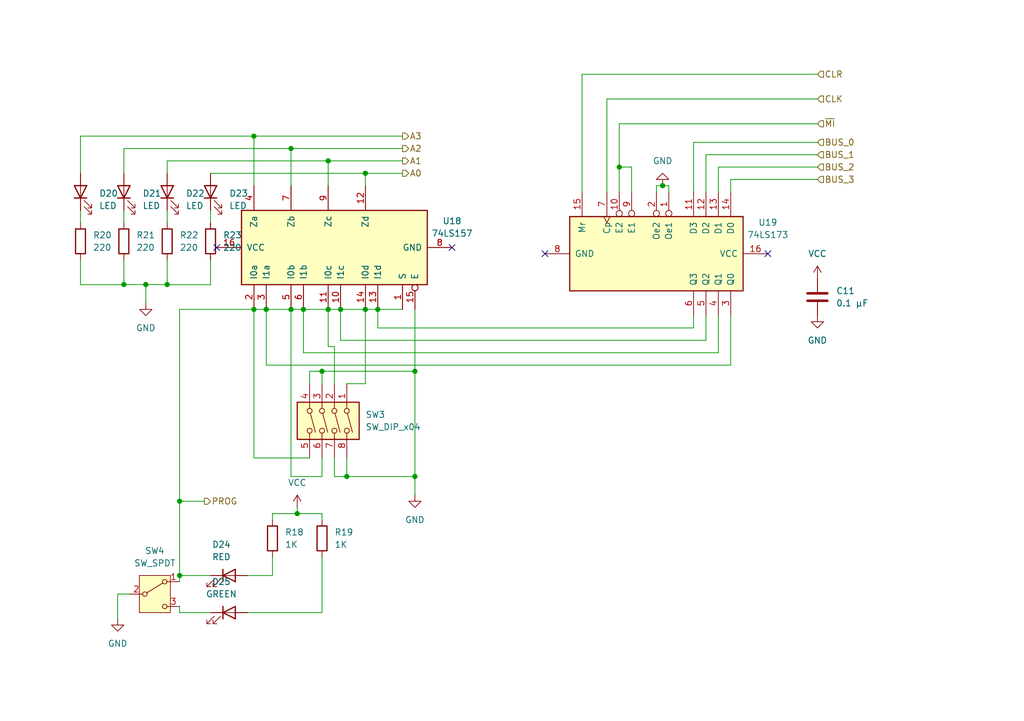
<source format=kicad_sch>
(kicad_sch (version 20250114) (generator "eeschema") (generator_version "9.0")
  (paper "A5")
  (lib_symbols
    (symbol "74xx:74LS157" (pin_names (offset 1.016))
      (property "Reference" "U" (at -7.62 19.05 0))
      (property "Value" "74LS157" (at -7.62 -21.59 0))
      (symbol "74LS157_1_0"
        (pin input line (at -12.7 15.24 0) (length 5.08) (name "I0a") (number "2"))
        (pin input line (at -12.7 12.7 0) (length 5.08) (name "I1a") (number "3"))
        (pin input line (at -12.7 7.62 0) (length 5.08) (name "I0b") (number "5"))
        (pin input line (at -12.7 5.08 0) (length 5.08) (name "I1b") (number "6"))
        (pin input line (at -12.7 0 0) (length 5.08) (name "I0c") (number "11"))
        (pin input line (at -12.7 -2.54 0) (length 5.08) (name "I1c") (number "10"))
        (pin input line (at -12.7 -7.62 0) (length 5.08) (name "I0d") (number "14"))
        (pin input line (at -12.7 -10.16 0) (length 5.08) (name "I1d") (number "13"))
        (pin input line (at -12.7 -15.24 0) (length 5.08) (name "S") (number "1"))
        (pin input inverted (at -12.7 -17.78 0) (length 5.08) (name "E") (number "15"))
        (pin power_in line (at 0 22.86 270) (length 5.08) (name "VCC") (number "16"))
        (pin power_in line (at 0 -25.4 90) (length 5.08) (name "GND") (number "8"))
        (pin output line (at 12.7 15.24 180) (length 5.08) (name "Za") (number "4"))
        (pin output line (at 12.7 7.62 180) (length 5.08) (name "Zb") (number "7"))
        (pin output line (at 12.7 0 180) (length 5.08) (name "Zc") (number "9"))
        (pin output line (at 12.7 -7.62 180) (length 5.08) (name "Zd") (number "12"))
      )
      (symbol "74LS157_1_1"
        (rectangle (start -7.62 17.78) (end 7.62 -20.32) (stroke (width 0.254)) (fill (type background)))
      )
    )
    (symbol "74xx:74LS173" (pin_names (offset 1.016))
      (property "Reference" "U" (at -7.62 19.05 0))
      (property "Value" "74LS173" (at -7.62 -19.05 0))
      (symbol "74LS173_1_0"
        (pin input line (at -12.7 15.24 0) (length 5.08) (name "D0") (number "14"))
        (pin input line (at -12.7 12.7 0) (length 5.08) (name "D1") (number "13"))
        (pin input line (at -12.7 10.16 0) (length 5.08) (name "D2") (number "12"))
        (pin input line (at -12.7 7.62 0) (length 5.08) (name "D3") (number "11"))
        (pin input inverted (at -12.7 2.54 0) (length 5.08) (name "Oe1") (number "1"))
        (pin input inverted (at -12.7 0 0) (length 5.08) (name "Oe2") (number "2"))
        (pin input inverted (at -12.7 -5.08 0) (length 5.08) (name "E1") (number "9"))
        (pin input inverted (at -12.7 -7.62 0) (length 5.08) (name "E2") (number "10"))
        (pin input clock (at -12.7 -10.16 0) (length 5.08) (name "Cp") (number "7"))
        (pin input line (at -12.7 -15.24 0) (length 5.08) (name "Mr") (number "15"))
        (pin power_in line (at 0 22.86 270) (length 5.08) (name "VCC") (number "16"))
        (pin power_in line (at 0 -22.86 90) (length 5.08) (name "GND") (number "8"))
        (pin tri_state line (at 12.7 15.24 180) (length 5.08) (name "Q0") (number "3"))
        (pin tri_state line (at 12.7 12.7 180) (length 5.08) (name "Q1") (number "4"))
        (pin tri_state line (at 12.7 10.16 180) (length 5.08) (name "Q2") (number "5"))
        (pin tri_state line (at 12.7 7.62 180) (length 5.08) (name "Q3") (number "6"))
      )
      (symbol "74LS173_1_1"
        (rectangle (start -7.62 17.78) (end 7.62 -17.78) (stroke (width 0.254)) (fill (type background)))
      )
    )
    (symbol "Device:C" (pin_numbers (hide yes)) (pin_names (offset 0.254))
      (property "Reference" "C" (at 0.635 2.54 0))
      (property "Value" "C" (at 0.635 -2.54 0))
      (symbol "C_0_1"
        (polyline (pts (xy -2.032 0.762) (xy 2.032 0.762)) (stroke (width 0.508)))
        (polyline (pts (xy -2.032 -0.762) (xy 2.032 -0.762)) (stroke (width 0.508)))
      )
      (symbol "C_1_1"
        (pin passive line (at 0 3.81 270) (length 2.794) (name "~") (number "1"))
        (pin passive line (at 0 -3.81 90) (length 2.794) (name "~") (number "2"))
      )
    )
    (symbol "Device:LED" (pin_numbers (hide yes)) (pin_names (offset 1.016) (hide yes))
      (property "Reference" "D" (at 0 2.54 0))
      (property "Value" "LED" (at 0 -2.54 0))
      (symbol "LED_0_1"
        (polyline (pts (xy -3.048 -0.762) (xy -4.572 -2.286) (xy -3.81 -2.286) (xy -4.572 -2.286) (xy -4.572 -1.524)))
        (polyline (pts (xy -1.778 -0.762) (xy -3.302 -2.286) (xy -2.54 -2.286) (xy -3.302 -2.286) (xy -3.302 -1.524)))
        (polyline (pts (xy -1.27 0) (xy 1.27 0)))
        (polyline (pts (xy -1.27 -1.27) (xy -1.27 1.27)) (stroke (width 0.254)))
        (polyline (pts (xy 1.27 -1.27) (xy 1.27 1.27) (xy -1.27 0) (xy 1.27 -1.27)) (stroke (width 0.254)))
      )
      (symbol "LED_1_1"
        (pin passive line (at -3.81 0 0) (length 2.54) (name "K") (number "1"))
        (pin passive line (at 3.81 0 180) (length 2.54) (name "A") (number "2"))
      )
    )
    (symbol "Device:R" (pin_numbers (hide yes)) (pin_names (offset 0))
      (property "Reference" "R" (at 2.032 0 90))
      (property "Value" "R" (at 0 0 90))
      (symbol "R_0_1"
        (rectangle (start -1.016 -2.54) (end 1.016 2.54) (stroke (width 0.254)))
      )
      (symbol "R_1_1"
        (pin passive line (at 0 3.81 270) (length 1.27) (name "~") (number "1"))
        (pin passive line (at 0 -3.81 90) (length 1.27) (name "~") (number "2"))
      )
    )
    (symbol "Switch:SW_DIP_x04" (pin_names (offset 0) (hide yes))
      (property "Reference" "SW" (at 0 8.89 0))
      (property "Value" "SW_DIP_x04" (at 0 -6.35 0))
      (symbol "SW_DIP_x04_0_0"
        (circle (center -2.032 5.08) (radius 0.508))
        (circle (center -2.032 2.54) (radius 0.508))
        (circle (center -2.032 0) (radius 0.508))
        (circle (center -2.032 -2.54) (radius 0.508))
        (polyline (pts (xy -1.524 5.207) (xy 2.3622 6.2484)))
        (polyline (pts (xy -1.524 2.667) (xy 2.3622 3.7084)))
        (polyline (pts (xy -1.524 0.127) (xy 2.3622 1.1684)))
        (polyline (pts (xy -1.524 -2.3876) (xy 2.3622 -1.3462)))
        (circle (center 2.032 5.08) (radius 0.508))
        (circle (center 2.032 2.54) (radius 0.508))
        (circle (center 2.032 0) (radius 0.508))
        (circle (center 2.032 -2.54) (radius 0.508))
      )
      (symbol "SW_DIP_x04_0_1"
        (rectangle (start -3.81 7.62) (end 3.81 -5.08) (stroke (width 0.254)) (fill (type background)))
      )
      (symbol "SW_DIP_x04_1_1"
        (pin passive line (at -7.62 5.08 0) (length 5.08) (name "~") (number "1"))
        (pin passive line (at -7.62 2.54 0) (length 5.08) (name "~") (number "2"))
        (pin passive line (at -7.62 0 0) (length 5.08) (name "~") (number "3"))
        (pin passive line (at -7.62 -2.54 0) (length 5.08) (name "~") (number "4"))
        (pin passive line (at 7.62 5.08 180) (length 5.08) (name "~") (number "8"))
        (pin passive line (at 7.62 2.54 180) (length 5.08) (name "~") (number "7"))
        (pin passive line (at 7.62 0 180) (length 5.08) (name "~") (number "6"))
        (pin passive line (at 7.62 -2.54 180) (length 5.08) (name "~") (number "5"))
      )
    )
    (symbol "Switch:SW_SPDT" (pin_names (offset 0) (hide yes))
      (property "Reference" "SW" (at 0 5.08 0))
      (property "Value" "SW_SPDT" (at 0 -5.08 0))
      (symbol "SW_SPDT_0_1"
        (circle (center -2.032 0) (radius 0.4572))
        (polyline (pts (xy -1.651 0.254) (xy 1.651 2.286)))
        (circle (center 2.032 2.54) (radius 0.4572))
        (circle (center 2.032 -2.54) (radius 0.4572))
      )
      (symbol "SW_SPDT_1_1"
        (rectangle (start -3.175 3.81) (end 3.175 -3.81) (fill (type background)))
        (pin passive line (at -5.08 0 0) (length 2.54) (name "B") (number "2"))
        (pin passive line (at 5.08 2.54 180) (length 2.54) (name "A") (number "1"))
        (pin passive line (at 5.08 -2.54 180) (length 2.54) (name "C") (number "3"))
      )
    )
    (symbol "power:GND" (power) (pin_numbers (hide yes)) (pin_names (offset 0) (hide yes))
      (property "Value" "GND" (at 0 -3.81 0))
      (symbol "GND_0_1"
        (polyline (pts (xy 0 0) (xy 0 -1.27) (xy 1.27 -1.27) (xy 0 -2.54) (xy -1.27 -1.27) (xy 0 -1.27)))
      )
      (symbol "GND_1_1"
        (pin power_in line (at 0 0 270) (length 0) (name "~") (number "1"))
      )
    )
    (symbol "power:VCC" (power) (pin_numbers (hide yes)) (pin_names (offset 0) (hide yes))
      (property "Value" "VCC" (at 0 3.556 0))
      (symbol "VCC_0_1"
        (polyline (pts (xy -0.762 1.27) (xy 0 2.54)))
        (polyline (pts (xy 0 2.54) (xy 0.762 1.27)))
        (polyline (pts (xy 0 0) (xy 0 2.54)))
      )
      (symbol "VCC_1_1"
        (pin power_in line (at 0 0 90) (length 0) (name "~") (number "1"))
      )
    )
  )
  (junction (at 85.09 76.2))
  (junction (at 36.83 102.87))
  (junction (at 67.31 63.5))
  (junction (at 34.29 58.3924))
  (junction (at 52.07 27.94))
  (junction (at 60.96 105.41))
  (junction (at 59.69 30.48))
  (junction (at 54.61 63.5))
  (junction (at 69.85 63.5))
  (junction (at 74.93 63.5))
  (junction (at 71.12 97.79))
  (junction (at 59.69 63.5))
  (junction (at 67.31 33.02))
  (junction (at 62.23 63.5))
  (junction (at 29.899 58.3924))
  (junction (at 74.93 35.56))
  (junction (at 36.83 118.11))
  (junction (at 25.4 58.3924))
  (junction (at 127 34.29))
  (junction (at 52.07 63.5))
  (junction (at 66.04 76.2))
  (junction (at 85.09 97.79))
  (junction (at 77.47 63.5))
  (junction (at 135.89 38.1))
  (no_connect (at 44.45 50.8))
  (no_connect (at 157.48 52.07))
  (no_connect (at 111.76 52.07))
  (no_connect (at 92.71 50.8))
  (wire (pts (xy 147.32 72.39) (xy 62.23 72.39)))
  (wire (pts (xy 68.58 97.79) (xy 71.12 97.79)))
  (wire (pts (xy 66.04 106.68) (xy 66.04 105.41)))
  (wire (pts (xy 142.24 39.37) (xy 142.24 29.21)))
  (wire (pts (xy 25.4 35.56) (xy 25.4 30.48)))
  (wire (pts (xy 68.58 78.74) (xy 68.58 71.12)))
  (wire (pts (xy 127 39.37) (xy 127 34.29)))
  (wire (pts (xy 67.31 63.5) (xy 62.23 63.5)))
  (wire (pts (xy 137.16 38.1) (xy 135.89 38.1)))
  (wire (pts (xy 67.31 38.1) (xy 67.31 33.02)))
  (wire (pts (xy 142.24 64.77) (xy 142.24 67.31)))
  (wire (pts (xy 67.31 33.02) (xy 82.55 33.02)))
  (wire (pts (xy 149.86 64.77) (xy 149.86 74.93)))
  (wire (pts (xy 74.93 38.1) (xy 74.93 35.56)))
  (wire (pts (xy 134.62 38.1) (xy 135.89 38.1)))
  (wire (pts (xy 16.51 53.34) (xy 16.51 58.42)))
  (wire (pts (xy 34.29 43.18) (xy 34.29 45.72)))
  (wire (pts (xy 36.83 63.5) (xy 36.83 102.87)))
  (wire (pts (xy 59.69 63.5) (xy 54.61 63.5)))
  (wire (pts (xy 34.29 35.56) (xy 34.29 33.02)))
  (wire (pts (xy 25.4 45.72) (xy 25.4 43.18)))
  (wire (pts (xy 43.18 118.11) (xy 36.83 118.11)))
  (wire (pts (xy 25.4 30.48) (xy 59.69 30.48)))
  (wire (pts (xy 66.04 76.2) (xy 85.09 76.2)))
  (wire (pts (xy 26.67 121.92) (xy 24.13 121.92)))
  (wire (pts (xy 147.32 39.37) (xy 147.32 34.29)))
  (wire (pts (xy 34.29 58.42) (xy 43.18 58.42)))
  (wire (pts (xy 149.86 39.37) (xy 149.86 36.83)))
  (wire (pts (xy 144.78 64.77) (xy 144.78 69.85)))
  (wire (pts (xy 71.12 97.79) (xy 85.09 97.79)))
  (wire (pts (xy 52.07 27.94) (xy 82.55 27.94)))
  (wire (pts (xy 144.78 39.37) (xy 144.78 31.75)))
  (wire (pts (xy 43.18 45.72) (xy 43.18 43.18)))
  (wire (pts (xy 147.32 64.77) (xy 147.32 72.39)))
  (wire (pts (xy 85.09 97.79) (xy 85.09 101.6)))
  (wire (pts (xy 66.04 97.79) (xy 59.69 97.79)))
  (wire (pts (xy 62.23 63.5) (xy 59.69 63.5)))
  (wire (pts (xy 55.88 118.11) (xy 55.88 114.3)))
  (wire (pts (xy 43.18 125.73) (xy 36.83 125.73)))
  (wire (pts (xy 69.85 63.5) (xy 67.31 63.5)))
  (wire (pts (xy 25.4 58.3924) (xy 25.4 58.42)))
  (wire (pts (xy 85.09 76.2) (xy 85.09 63.5)))
  (wire (pts (xy 119.38 15.24) (xy 167.64 15.24)))
  (wire (pts (xy 129.54 39.37) (xy 129.54 34.29)))
  (wire (pts (xy 71.12 93.98) (xy 71.12 97.79)))
  (wire (pts (xy 124.46 39.37) (xy 124.46 20.32)))
  (wire (pts (xy 62.23 72.39) (xy 62.23 63.5)))
  (wire (pts (xy 60.96 105.41) (xy 55.88 105.41)))
  (wire (pts (xy 77.47 67.31) (xy 77.47 63.5)))
  (wire (pts (xy 34.29 33.02) (xy 67.31 33.02)))
  (wire (pts (xy 144.78 31.75) (xy 167.64 31.75)))
  (wire (pts (xy 63.5 78.74) (xy 63.5 76.2)))
  (wire (pts (xy 142.24 29.21) (xy 167.64 29.21)))
  (wire (pts (xy 66.04 93.98) (xy 66.04 97.79)))
  (wire (pts (xy 124.46 20.32) (xy 167.64 20.32)))
  (wire (pts (xy 69.85 69.85) (xy 69.85 63.5)))
  (wire (pts (xy 63.5 93.98) (xy 52.07 93.98)))
  (wire (pts (xy 71.12 78.74) (xy 74.93 78.74)))
  (wire (pts (xy 16.51 27.94) (xy 52.07 27.94)))
  (wire (pts (xy 144.78 69.85) (xy 69.85 69.85)))
  (wire (pts (xy 119.38 39.37) (xy 119.38 15.24)))
  (wire (pts (xy 149.86 36.83) (xy 167.64 36.83)))
  (wire (pts (xy 74.93 63.5) (xy 69.85 63.5)))
  (wire (pts (xy 127 25.4) (xy 167.64 25.4)))
  (wire (pts (xy 29.899 58.3924) (xy 29.899 62.23)))
  (wire (pts (xy 85.09 97.79) (xy 85.09 76.2)))
  (wire (pts (xy 66.04 76.2) (xy 66.04 78.74)))
  (wire (pts (xy 55.88 105.41) (xy 55.88 106.68)))
  (wire (pts (xy 149.86 74.93) (xy 54.61 74.93)))
  (wire (pts (xy 67.31 71.12) (xy 67.31 63.5)))
  (wire (pts (xy 25.4 58.3924) (xy 29.899 58.3924)))
  (wire (pts (xy 59.69 97.79) (xy 59.69 63.5)))
  (wire (pts (xy 50.8 118.11) (xy 55.88 118.11)))
  (wire (pts (xy 36.83 118.11) (xy 36.83 119.38)))
  (wire (pts (xy 137.16 39.37) (xy 137.16 38.1)))
  (wire (pts (xy 43.18 35.56) (xy 74.93 35.56)))
  (wire (pts (xy 68.58 71.12) (xy 67.31 71.12)))
  (wire (pts (xy 77.47 63.5) (xy 74.93 63.5)))
  (wire (pts (xy 134.62 39.37) (xy 134.62 38.1)))
  (wire (pts (xy 16.51 35.56) (xy 16.51 27.94)))
  (wire (pts (xy 52.07 38.1) (xy 52.07 27.94)))
  (wire (pts (xy 50.8 125.73) (xy 66.04 125.73)))
  (wire (pts (xy 29.899 58.3924) (xy 34.29 58.3924)))
  (wire (pts (xy 74.93 78.74) (xy 74.93 63.5)))
  (wire (pts (xy 36.83 125.73) (xy 36.83 124.46)))
  (wire (pts (xy 34.29 58.3924) (xy 34.29 58.42)))
  (wire (pts (xy 59.69 30.48) (xy 82.55 30.48)))
  (wire (pts (xy 16.51 58.42) (xy 25.4 58.42)))
  (wire (pts (xy 127 34.29) (xy 127 25.4)))
  (wire (pts (xy 34.29 53.34) (xy 34.29 58.3924)))
  (wire (pts (xy 59.69 38.1) (xy 59.69 30.48)))
  (wire (pts (xy 82.55 63.5) (xy 77.47 63.5)))
  (wire (pts (xy 68.58 93.98) (xy 68.58 97.79)))
  (wire (pts (xy 66.04 105.41) (xy 60.96 105.41)))
  (wire (pts (xy 54.61 74.93) (xy 54.61 63.5)))
  (wire (pts (xy 54.61 63.5) (xy 52.07 63.5)))
  (wire (pts (xy 24.13 121.92) (xy 24.13 127)))
  (wire (pts (xy 36.83 63.5) (xy 52.07 63.5)))
  (wire (pts (xy 16.51 45.72) (xy 16.51 43.18)))
  (wire (pts (xy 147.32 34.29) (xy 167.64 34.29)))
  (wire (pts (xy 60.96 104.14) (xy 60.96 105.41)))
  (wire (pts (xy 43.18 53.34) (xy 43.18 58.42)))
  (wire (pts (xy 63.5 76.2) (xy 66.04 76.2)))
  (wire (pts (xy 129.54 34.29) (xy 127 34.29)))
  (wire (pts (xy 74.93 35.56) (xy 82.55 35.56)))
  (wire (pts (xy 36.83 102.87) (xy 41.91 102.87)))
  (wire (pts (xy 25.4 53.34) (xy 25.4 58.3924)))
  (wire (pts (xy 52.07 93.98) (xy 52.07 63.5)))
  (wire (pts (xy 66.04 125.73) (xy 66.04 114.3)))
  (wire (pts (xy 36.83 102.87) (xy 36.83 118.11)))
  (wire (pts (xy 142.24 67.31) (xy 77.47 67.31)))
  (hierarchical_label "A0" (shape output) (at 82.55 35.56 0))
  (hierarchical_label "~{MI}" (shape input) (at 167.64 25.4 0))
  (hierarchical_label "BUS_1" (shape input) (at 167.64 31.75 0))
  (hierarchical_label "CLR" (shape input) (at 167.64 15.24 0))
  (hierarchical_label "CLK" (shape input) (at 167.64 20.32 0))
  (hierarchical_label "A2" (shape output) (at 82.55 30.48 0))
  (hierarchical_label "A1" (shape output) (at 82.55 33.02 0))
  (hierarchical_label "PROG" (shape output) (at 41.91 102.87 0))
  (hierarchical_label "BUS_2" (shape input) (at 167.64 34.29 0))
  (hierarchical_label "A3" (shape output) (at 82.55 27.94 0))
  (hierarchical_label "BUS_3" (shape input) (at 167.64 36.83 0))
  (hierarchical_label "BUS_0" (shape input) (at 167.64 29.21 0))
  (symbol (lib_id "Device:R") (at 43.18 49.53 0) (unit 1)
    (property "Reference" "R23" (at 45.72 48.2599 0) (effects (justify left)))
    (property "Value" "220" (at 45.72 50.7999 0) (effects (justify left)))
    (property "Description" "Resistor" (effects (hide yes)))
  )
  (symbol (lib_id "power:VCC") (at 167.64 57.15 0) (unit 1)
    (property "Reference" "#PWR025" (effects (hide yes)))
    (property "Value" "VCC" (at 167.64 52.07 0))
    (property "Description" "Power symbol creates a global label with name \"VCC\"" (effects (hide yes)))
  )
  (symbol (lib_id "Device:R") (at 25.4 49.53 0) (unit 1)
    (property "Reference" "R21" (at 27.94 48.2599 0) (effects (justify left)))
    (property "Value" "220" (at 27.94 50.7999 0) (effects (justify left)))
    (property "Description" "Resistor" (effects (hide yes)))
  )
  (symbol (lib_id "power:GND") (at 85.09 101.6 0) (unit 1)
    (property "Reference" "#PWR022" (effects (hide yes)))
    (property "Value" "GND" (at 85.09 106.68 0))
    (property "Description" "Power symbol creates a global label with name \"GND\" , ground" (effects (hide yes)))
  )
  (symbol (lib_id "power:GND") (at 24.13 127 0) (unit 1)
    (property "Reference" "#PWR024" (effects (hide yes)))
    (property "Value" "GND" (at 24.13 132.08 0))
    (property "Description" "Power symbol creates a global label with name \"GND\" , ground" (effects (hide yes)))
  )
  (symbol (lib_id "Switch:SW_DIP_x04") (at 66.04 86.36 270) (unit 1)
    (property "Reference" "SW3" (at 74.93 85.0899 90) (effects (justify left)))
    (property "Value" "SW_DIP_x04" (at 74.93 87.6299 90) (effects (justify left)))
    (property "Description" "4x DIP Switch, Single Pole Single Throw (SPST) switch, small symbol" (effects (hide yes)))
  )
  (symbol (lib_id "Device:C") (at 167.64 60.96 0) (unit 1)
    (property "Reference" "C11" (at 171.45 59.6899 0) (effects (justify left)))
    (property "Value" "0.1 µF" (at 171.45 62.2299 0) (effects (justify left)))
    (property "Description" "Unpolarized capacitor" (effects (hide yes)))
  )
  (symbol (lib_id "Device:LED") (at 43.18 39.37 90) (unit 1)
    (property "Reference" "D23" (at 46.99 39.6874 90) (effects (justify right)))
    (property "Value" "LED" (at 46.99 42.2274 90) (effects (justify right)))
    (property "Description" "Light emitting diode" (effects (hide yes)))
    (property "Sim.Pins" "1=K 2=A" (effects (hide yes)))
  )
  (symbol (lib_id "74xx:74LS173") (at 134.62 52.07 270) (unit 1)
    (property "Reference" "U19" (at 157.48 45.6498 90))
    (property "Value" "74LS173" (at 157.48 48.1898 90))
    (property "Datasheet" "http://www.ti.com/lit/gpn/sn74LS173" (effects (hide yes)))
    (property "Description" "4-bit D-type Register, 3 state out" (effects (hide yes)))
  )
  (symbol (lib_id "power:GND") (at 29.899 62.23 0) (unit 1)
    (property "Reference" "#PWR023" (effects (hide yes)))
    (property "Value" "GND" (at 29.899 67.31 0))
    (property "Description" "Power symbol creates a global label with name \"GND\" , ground" (effects (hide yes)))
  )
  (symbol (lib_id "74xx:74LS157") (at 67.31 50.8 90) (unit 1)
    (property "Reference" "U18" (at 92.71 45.3546 90))
    (property "Value" "74LS157" (at 92.71 47.8946 90))
    (property "Datasheet" "http://www.ti.com/lit/gpn/sn74LS157" (effects (hide yes)))
    (property "Description" "Quad 2 to 1 line Multiplexer" (effects (hide yes)))
  )
  (symbol (lib_id "Switch:SW_SPDT") (at 31.75 121.92 0) (unit 1)
    (property "Reference" "SW4" (at 31.75 113.03 0))
    (property "Value" "SW_SPDT" (at 31.75 115.57 0))
    (property "Description" "Switch, single pole double throw" (effects (hide yes)))
  )
  (symbol (lib_id "power:VCC") (at 60.96 104.14 0) (unit 1)
    (property "Reference" "#PWR026" (effects (hide yes)))
    (property "Value" "VCC" (at 60.96 99.06 0))
    (property "Description" "Power symbol creates a global label with name \"VCC\"" (effects (hide yes)))
  )
  (symbol (lib_id "Device:R") (at 16.51 49.53 0) (unit 1)
    (property "Reference" "R20" (at 19.05 48.2599 0) (effects (justify left)))
    (property "Value" "220" (at 19.05 50.7999 0) (effects (justify left)))
    (property "Description" "Resistor" (effects (hide yes)))
  )
  (symbol (lib_id "Device:LED") (at 34.29 39.37 90) (unit 1)
    (property "Reference" "D22" (at 38.1 39.6874 90) (effects (justify right)))
    (property "Value" "LED" (at 38.1 42.2274 90) (effects (justify right)))
    (property "Description" "Light emitting diode" (effects (hide yes)))
    (property "Sim.Pins" "1=K 2=A" (effects (hide yes)))
  )
  (symbol (lib_id "Device:LED") (at 25.4 39.37 90) (unit 1)
    (property "Reference" "D21" (at 29.21 39.6874 90) (effects (justify right)))
    (property "Value" "LED" (at 29.21 42.2274 90) (effects (justify right)))
    (property "Description" "Light emitting diode" (effects (hide yes)))
    (property "Sim.Pins" "1=K 2=A" (effects (hide yes)))
  )
  (symbol (lib_id "Device:LED") (at 46.99 125.73 0) (unit 1)
    (property "Reference" "D25" (at 45.4025 119.38 0))
    (property "Value" "GREEN" (at 45.4025 121.92 0))
    (property "Description" "Light emitting diode" (effects (hide yes)))
    (property "Sim.Pins" "1=K 2=A" (effects (hide yes)))
  )
  (symbol (lib_id "power:GND") (at 167.64 64.77 0) (unit 1)
    (property "Reference" "#PWR021" (effects (hide yes)))
    (property "Value" "GND" (at 167.64 69.85 0))
    (property "Description" "Power symbol creates a global label with name \"GND\" , ground" (effects (hide yes)))
  )
  (symbol (lib_id "Device:LED") (at 46.99 118.11 0) (unit 1)
    (property "Reference" "D24" (at 45.4025 111.76 0))
    (property "Value" "RED" (at 45.4025 114.3 0))
    (property "Description" "Light emitting diode" (effects (hide yes)))
    (property "Sim.Pins" "1=K 2=A" (effects (hide yes)))
  )
  (symbol (lib_id "Device:R") (at 55.88 110.49 0) (unit 1)
    (property "Reference" "R18" (at 58.42 109.2199 0) (effects (justify left)))
    (property "Value" "1K" (at 58.42 111.7599 0) (effects (justify left)))
    (property "Description" "Resistor" (effects (hide yes)))
  )
  (symbol (lib_id "Device:LED") (at 16.51 39.37 90) (unit 1)
    (property "Reference" "D20" (at 20.32 39.6874 90) (effects (justify right)))
    (property "Value" "LED" (at 20.32 42.2274 90) (effects (justify right)))
    (property "Description" "Light emitting diode" (effects (hide yes)))
    (property "Sim.Pins" "1=K 2=A" (effects (hide yes)))
  )
  (symbol (lib_id "power:GND") (at 135.89 38.1 180) (unit 1)
    (property "Reference" "#PWR020" (effects (hide yes)))
    (property "Value" "GND" (at 135.89 33.02 0))
    (property "Description" "Power symbol creates a global label with name \"GND\" , ground" (effects (hide yes)))
  )
  (symbol (lib_id "Device:R") (at 34.29 49.53 0) (unit 1)
    (property "Reference" "R22" (at 36.83 48.2599 0) (effects (justify left)))
    (property "Value" "220" (at 36.83 50.7999 0) (effects (justify left)))
    (property "Description" "Resistor" (effects (hide yes)))
  )
  (symbol (lib_id "Device:R") (at 66.04 110.49 0) (unit 1)
    (property "Reference" "R19" (at 68.58 109.2199 0) (effects (justify left)))
    (property "Value" "1K" (at 68.58 111.7599 0) (effects (justify left)))
    (property "Description" "Resistor" (effects (hide yes)))
  )
)
</source>
